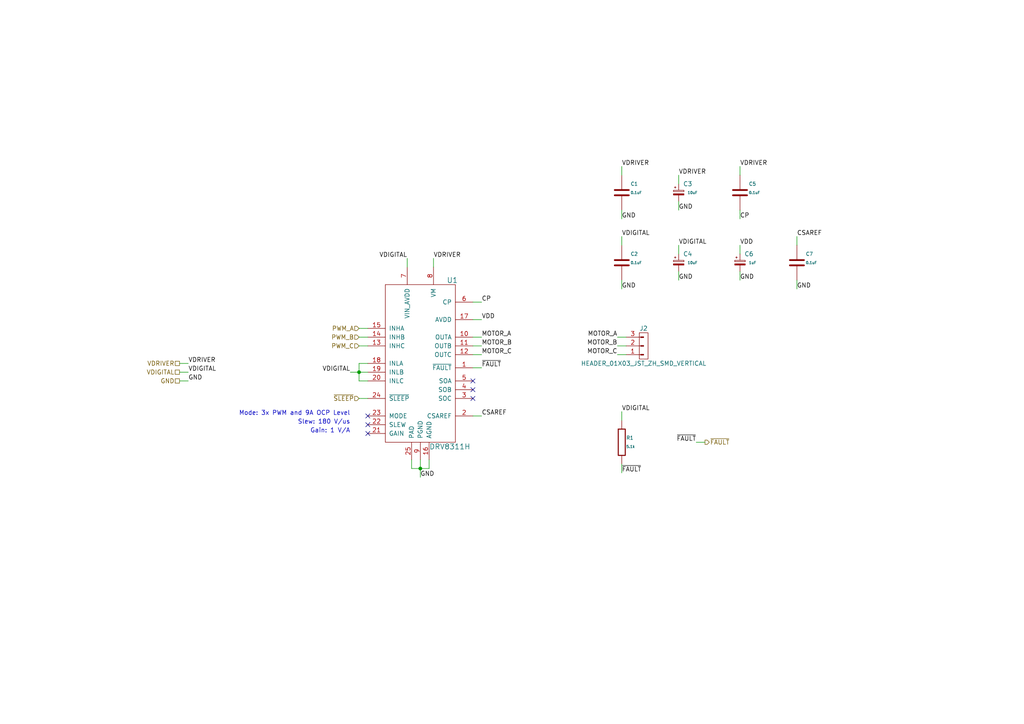
<source format=kicad_sch>
(kicad_sch (version 20230121) (generator eeschema)
  (paper "A4")
  (title_block (title "biym-board") (date "2024-05-16") (rev "1.3") (company "Peter Polidoro"))
  (lib_symbols
    (symbol "Janelia:C_0.1uF_0402" (pin_numbers hide) (pin_names (offset 0.254))
      (property "Reference" "C" (at 0 2.54 0))
      (property "Value" "C_0.1uF_0402" (at 0 0 0))
      (symbol "C_0.1uF_0402_0_1"
        (polyline (pts (xy -2.032 -0.762) (xy 2.032 -0.762)) (stroke (width 0.508)))
        (polyline (pts (xy -2.032 0.762) (xy 2.032 0.762)) (stroke (width 0.508)))
      )
      (symbol "C_0.1uF_0402_1_1"
        (pin passive line (at 0 5.08 270) (length 4.318) (name "~") (number "1"))
        (pin passive line (at 0 -5.08 90) (length 4.318) (name "~") (number "2"))
      )
    )
    (symbol "Janelia:C_10uF_0402_POL" (pin_numbers hide) (pin_names (offset 0.254) hide)
      (property "Reference" "C" (at 0.254 1.778 0))
      (property "Value" "C_10uF_0402_POL" (at 0 0 0))
      (symbol "C_10uF_0402_POL_0_1"
        (rectangle (start -1.524 -0.3048) (end 1.524 -0.6858) (fill (type outline)))
        (rectangle (start -1.524 0.6858) (end 1.524 0.3048))
        (polyline (pts (xy -1.27 1.524) (xy -0.762 1.524)))
        (polyline (pts (xy -1.016 1.27) (xy -1.016 1.778)))
      )
      (symbol "C_10uF_0402_POL_1_1"
        (pin passive line (at 0 2.54 270) (length 1.8542) (name "~") (number "1"))
        (pin passive line (at 0 -2.54 90) (length 1.8542) (name "~") (number "2"))
      )
    )
    (symbol "Janelia:C_1uF_0402_POL" (pin_numbers hide) (pin_names (offset 0.254) hide)
      (property "Reference" "C" (at 0.254 1.778 0))
      (property "Value" "C_1uF_0402_POL" (at 0 0 0))
      (symbol "C_1uF_0402_POL_0_1"
        (rectangle (start -1.524 -0.3048) (end 1.524 -0.6858) (fill (type outline)))
        (rectangle (start -1.524 0.6858) (end 1.524 0.3048))
        (polyline (pts (xy -1.27 1.524) (xy -0.762 1.524)))
        (polyline (pts (xy -1.016 1.27) (xy -1.016 1.778)))
      )
      (symbol "C_1uF_0402_POL_1_1"
        (pin passive line (at 0 2.54 270) (length 1.8542) (name "~") (number "1"))
        (pin passive line (at 0 -2.54 90) (length 1.8542) (name "~") (number "2"))
      )
    )
    (symbol "Janelia:DRV8311H" (pin_names (offset 1.016))
      (property "Reference" "U" (at 8.89 -24.13 0))
      (property "Value" "DRV8311H" (at 0 0 90))
      (symbol "DRV8311H_0_1"
        (rectangle (start -10.16 22.86) (end 10.16 -22.86))
      )
      (symbol "DRV8311H_1_1"
        (pin open_collector line (at 15.24 -1.27 180) (length 5.08) (name "~{FAULT}") (number "1"))
        (pin power_out line (at 15.24 7.62 180) (length 5.08) (name "OUTA") (number "10"))
        (pin power_out line (at 15.24 5.08 180) (length 5.08) (name "OUTB") (number "11"))
        (pin power_out line (at 15.24 2.54 180) (length 5.08) (name "OUTC") (number "12"))
        (pin input line (at -15.24 5.08 0) (length 5.08) (name "INHC") (number "13"))
        (pin input line (at -15.24 7.62 0) (length 5.08) (name "INHB") (number "14"))
        (pin input line (at -15.24 10.16 0) (length 5.08) (name "INHA") (number "15"))
        (pin power_in line (at 2.54 -27.94 90) (length 5.08) (name "AGND") (number "16"))
        (pin power_out line (at 15.24 12.7 180) (length 5.08) (name "AVDD") (number "17"))
        (pin input line (at -15.24 0 0) (length 5.08) (name "INLA") (number "18"))
        (pin input line (at -15.24 -2.54 0) (length 5.08) (name "INLB") (number "19"))
        (pin passive line (at 15.24 -15.24 180) (length 5.08) (name "CSAREF") (number "2"))
        (pin input line (at -15.24 -5.08 0) (length 5.08) (name "INLC") (number "20"))
        (pin input line (at -15.24 -20.32 0) (length 5.08) (name "GAIN") (number "21"))
        (pin input line (at -15.24 -17.78 0) (length 5.08) (name "SLEW") (number "22"))
        (pin input line (at -15.24 -15.24 0) (length 5.08) (name "MODE") (number "23"))
        (pin input line (at -15.24 -10.16 0) (length 5.08) (name "~{SLEEP}") (number "24"))
        (pin passive line (at -2.54 -27.94 90) (length 5.08) (name "PAD") (number "25"))
        (pin output line (at 15.24 -10.16 180) (length 5.08) (name "SOC") (number "3"))
        (pin output line (at 15.24 -7.62 180) (length 5.08) (name "SOB") (number "4"))
        (pin output line (at 15.24 -5.08 180) (length 5.08) (name "SOA") (number "5"))
        (pin passive line (at 15.24 17.78 180) (length 5.08) (name "CP") (number "6"))
        (pin power_in line (at -3.81 27.94 270) (length 5.08) (name "VIN_AVDD") (number "7"))
        (pin power_in line (at 3.81 27.94 270) (length 5.08) (name "VM") (number "8"))
        (pin power_in line (at 0 -27.94 90) (length 5.08) (name "PGND") (number "9"))
      )
    )
    (symbol "Janelia:HEADER_01X03_JST_ZH_SMD_VERTICAL" (pin_names (offset 1.016) hide)
      (property "Reference" "J" (at 0 5.08 0))
      (property "Value" "HEADER_01X03_JST_ZH_SMD_VERTICAL" (at 0 -5.08 0))
      (symbol "HEADER_01X03_JST_ZH_SMD_VERTICAL_0_1"
        (rectangle (start -1.27 3.81) (end 1.27 -3.81))
      )
      (symbol "HEADER_01X03_JST_ZH_SMD_VERTICAL_1_1"
        (polyline (pts (xy 1.27 -2.54) (xy 0.8636 -2.54)) (stroke (width 0.1524)))
        (polyline (pts (xy 1.27 0) (xy 0.8636 0)) (stroke (width 0.1524)))
        (polyline (pts (xy 1.27 2.54) (xy 0.8636 2.54)) (stroke (width 0.1524)))
        (rectangle (start 0.8636 -2.413) (end 0 -2.667) (stroke (width 0.1524)) (fill (type outline)))
        (rectangle (start 0.8636 0.127) (end 0 -0.127) (stroke (width 0.1524)) (fill (type outline)))
        (rectangle (start 0.8636 2.667) (end 0 2.413) (stroke (width 0.1524)) (fill (type outline)))
        (pin passive line (at 5.08 2.54 180) (length 3.81) (name "Pin_1") (number "1"))
        (pin passive line (at 5.08 0 180) (length 3.81) (name "Pin_2") (number "2"))
        (pin passive line (at 5.08 -2.54 180) (length 3.81) (name "Pin_3") (number "3"))
      )
    )
    (symbol "Janelia:R_5.1k_0402" (pin_numbers hide) (pin_names (offset 0))
      (property "Reference" "R" (at 2.032 0 90))
      (property "Value" "R_5.1k_0402" (at 0 0 90))
      (symbol "R_5.1k_0402_0_1"
        (rectangle (start -1.016 3.81) (end 1.016 -3.81) (stroke (width 0.3048)))
      )
      (symbol "R_5.1k_0402_1_1"
        (pin passive line (at 0 6.35 270) (length 2.54) (name "~") (number "1"))
        (pin passive line (at 0 -6.35 90) (length 2.54) (name "~") (number "2"))
      )
    )
  )
  (junction (at 104.14 107.95))
  (junction (at 121.92 135.89))
  (no_connect (at 106.68 125.73))
  (no_connect (at 137.16 110.49))
  (no_connect (at 137.16 113.03))
  (no_connect (at 106.68 120.65))
  (no_connect (at 137.16 115.57))
  (no_connect (at 106.68 123.19))
  (wire (pts (xy 124.46 133.35) (xy 124.46 135.89)))
  (wire (pts (xy 180.34 68.58) (xy 180.34 71.12)))
  (wire (pts (xy 137.16 102.87) (xy 139.7 102.87)))
  (wire (pts (xy 52.07 105.41) (xy 54.61 105.41)))
  (wire (pts (xy 104.14 110.49) (xy 106.68 110.49)))
  (wire (pts (xy 137.16 87.63) (xy 139.7 87.63)))
  (wire (pts (xy 201.93 128.27) (xy 204.47 128.27)))
  (wire (pts (xy 137.16 120.65) (xy 139.7 120.65)))
  (wire (pts (xy 214.63 71.12) (xy 214.63 73.66)))
  (wire (pts (xy 231.14 81.28) (xy 231.14 83.82)))
  (wire (pts (xy 231.14 68.58) (xy 231.14 71.12)))
  (wire (pts (xy 104.14 105.41) (xy 104.14 107.95)))
  (wire (pts (xy 125.73 74.93) (xy 125.73 77.47)))
  (wire (pts (xy 119.38 135.89) (xy 121.92 135.89)))
  (wire (pts (xy 137.16 97.79) (xy 139.7 97.79)))
  (wire (pts (xy 106.68 105.41) (xy 104.14 105.41)))
  (wire (pts (xy 180.34 119.38) (xy 180.34 121.92)))
  (wire (pts (xy 104.14 107.95) (xy 106.68 107.95)))
  (wire (pts (xy 181.61 97.79) (xy 179.07 97.79)))
  (wire (pts (xy 137.16 106.68) (xy 139.7 106.68)))
  (wire (pts (xy 137.16 92.71) (xy 139.7 92.71)))
  (wire (pts (xy 121.92 135.89) (xy 121.92 138.43)))
  (wire (pts (xy 214.63 78.74) (xy 214.63 81.28)))
  (wire (pts (xy 196.85 78.74) (xy 196.85 81.28)))
  (wire (pts (xy 104.14 107.95) (xy 104.14 110.49)))
  (wire (pts (xy 196.85 71.12) (xy 196.85 73.66)))
  (wire (pts (xy 196.85 50.8) (xy 196.85 53.34)))
  (wire (pts (xy 104.14 97.79) (xy 106.68 97.79)))
  (wire (pts (xy 181.61 100.33) (xy 179.07 100.33)))
  (wire (pts (xy 104.14 95.25) (xy 106.68 95.25)))
  (wire (pts (xy 101.6 107.95) (xy 104.14 107.95)))
  (wire (pts (xy 104.14 100.33) (xy 106.68 100.33)))
  (wire (pts (xy 104.14 115.57) (xy 106.68 115.57)))
  (wire (pts (xy 119.38 133.35) (xy 119.38 135.89)))
  (wire (pts (xy 137.16 100.33) (xy 139.7 100.33)))
  (wire (pts (xy 52.07 107.95) (xy 54.61 107.95)))
  (wire (pts (xy 52.07 110.49) (xy 54.61 110.49)))
  (wire (pts (xy 180.34 134.62) (xy 180.34 137.16)))
  (wire (pts (xy 180.34 48.26) (xy 180.34 50.8)))
  (wire (pts (xy 181.61 102.87) (xy 179.07 102.87)))
  (wire (pts (xy 180.34 60.96) (xy 180.34 63.5)))
  (wire (pts (xy 121.92 133.35) (xy 121.92 135.89)))
  (wire (pts (xy 121.92 135.89) (xy 124.46 135.89)))
  (wire (pts (xy 214.63 48.26) (xy 214.63 50.8)))
  (wire (pts (xy 180.34 81.28) (xy 180.34 83.82)))
  (wire (pts (xy 196.85 58.42) (xy 196.85 60.96)))
  (wire (pts (xy 214.63 60.96) (xy 214.63 63.5)))
  (wire (pts (xy 118.11 74.93) (xy 118.11 77.47)))
  (text "Gain: 1 V/A" (at 101.6 125.73 0) (effects (font (size 1.27 1.27)) (justify right bottom)))
  (text "Slew: 180 V/us" (at 101.6 123.19 0) (effects (font (size 1.27 1.27)) (justify right bottom)))
  (text "Mode: 3x PWM and 9A OCP Level" (at 101.6 120.65 0) (effects (font (size 1.27 1.27)) (justify right bottom)))
  (label "VDRIVER" (at 214.63 48.26 0))
  (label "GND" (at 196.85 60.96 0))
  (label "VDRIVER" (at 54.61 105.41 0))
  (label "~{FAULT}" (at 201.93 128.27 180))
  (label "CSAREF" (at 139.7 120.65 0))
  (label "CP" (at 139.7 87.63 0))
  (label "VDRIVER" (at 125.73 74.93 0))
  (label "GND" (at 121.92 138.43 0))
  (label "VDD" (at 139.7 92.71 0))
  (label "MOTOR_B" (at 139.7 100.33 0))
  (label "MOTOR_C" (at 179.07 102.87 180))
  (label "MOTOR_A" (at 179.07 97.79 180))
  (label "VDRIVER" (at 180.34 48.26 0))
  (label "VDIGITAL" (at 180.34 68.58 0))
  (label "~{FAULT}" (at 139.7 106.68 0))
  (label "GND" (at 54.61 110.49 0))
  (label "CP" (at 214.63 63.5 0))
  (label "MOTOR_B" (at 179.07 100.33 180))
  (label "GND" (at 180.34 83.82 0))
  (label "VDIGITAL" (at 180.34 119.38 0))
  (label "VDIGITAL" (at 118.11 74.93 180))
  (label "GND" (at 231.14 83.82 0))
  (label "MOTOR_A" (at 139.7 97.79 0))
  (label "VDRIVER" (at 196.85 50.8 0))
  (label "CSAREF" (at 231.14 68.58 0))
  (label "MOTOR_C" (at 139.7 102.87 0))
  (label "GND" (at 214.63 81.28 0))
  (label "VDD" (at 214.63 71.12 0))
  (label "VDIGITAL" (at 101.6 107.95 180))
  (label "GND" (at 196.85 81.28 0))
  (label "VDIGITAL" (at 54.61 107.95 0))
  (label "VDIGITAL" (at 196.85 71.12 0))
  (label "GND" (at 180.34 63.5 0))
  (label "~{FAULT}" (at 180.34 137.16 0))
  (hierarchical_label "PWM_A" (shape input) (at 104.14 95.25 180))
  (hierarchical_label "VDIGITAL" (shape passive) (at 52.07 107.95 180))
  (hierarchical_label "~{SLEEP}" (shape input) (at 104.14 115.57 180))
  (hierarchical_label "GND" (shape passive) (at 52.07 110.49 180))
  (hierarchical_label "VDRIVER" (shape passive) (at 52.07 105.41 180))
  (hierarchical_label "PWM_C" (shape input) (at 104.14 100.33 180))
  (hierarchical_label "PWM_B" (shape input) (at 104.14 97.79 180))
  (hierarchical_label "~{FAULT}" (shape output) (at 204.47 128.27 0))
  (symbol (lib_id "Janelia:C_0.1uF_0402") (at 214.63 55.88 0) (unit 1)
    (property "Reference" "C5" (at 217.17 53.34 0) (effects (font (size 1.016 1.016)) (justify left)))
    (property "Value" "0.1uF" (at 217.17 55.88 0) (effects (font (size 0.762 0.762)) (justify left)))
    (property "Footprint" "Janelia:SM0402" (effects hide))
    (property "Vendor" "Digi-Key" (effects hide))
    (property "Vendor Part Number" "311-1375-1-ND" (effects hide))
    (property "Description" "CAP CER 0.1UF 25V Y5V" (effects hide))
    (property "Package" "0402" (effects hide))
    (property "Manufacturer" "Yageo" (effects hide))
    (property "Manufacturer Part Number" "CC0402ZRY5V8BB104" (effects hide))
  )
  (symbol (lib_id "Janelia:C_0.1uF_0402") (at 231.14 76.2 0) (unit 1)
    (property "Reference" "C7" (at 233.68 73.66 0) (effects (font (size 1.016 1.016)) (justify left)))
    (property "Value" "0.1uF" (at 233.68 76.2 0) (effects (font (size 0.762 0.762)) (justify left)))
    (property "Footprint" "Janelia:SM0402" (effects hide))
    (property "Vendor" "Digi-Key" (effects hide))
    (property "Vendor Part Number" "311-1375-1-ND" (effects hide))
    (property "Description" "CAP CER 0.1UF 25V Y5V" (effects hide))
    (property "Package" "0402" (effects hide))
    (property "Manufacturer" "Yageo" (effects hide))
    (property "Manufacturer Part Number" "CC0402ZRY5V8BB104" (effects hide))
  )
  (symbol (lib_id "Janelia:C_0.1uF_0402") (at 180.34 55.88 0) (unit 1)
    (property "Reference" "C1" (at 182.88 53.34 0) (effects (font (size 1.016 1.016)) (justify left)))
    (property "Value" "0.1uF" (at 182.88 55.88 0) (effects (font (size 0.762 0.762)) (justify left)))
    (property "Footprint" "Janelia:SM0402" (effects hide))
    (property "Vendor" "Digi-Key" (effects hide))
    (property "Vendor Part Number" "311-1375-1-ND" (effects hide))
    (property "Description" "CAP CER 0.1UF 25V Y5V" (effects hide))
    (property "Package" "0402" (effects hide))
    (property "Manufacturer" "Yageo" (effects hide))
    (property "Manufacturer Part Number" "CC0402ZRY5V8BB104" (effects hide))
  )
  (symbol (lib_id "Janelia:C_1uF_0402_POL") (at 214.63 76.2 0) (unit 1)
    (property "Reference" "C6" (at 215.9 73.66 0) (effects (justify left)))
    (property "Value" "1uF" (at 217.17 76.2 0) (effects (font (size 0.762 0.762)) (justify left)))
    (property "Footprint" "Janelia:SM0402_POL" (effects hide))
    (property "Vendor" "Digi-Key" (effects hide))
    (property "Vendor Part Number" "718-1618-1-ND" (effects hide))
    (property "Description" "CAP TANT 1UF 20% 16V" (effects hide))
    (property "Manufacturer" "Vishay Sprague" (effects hide))
    (property "Manufacturer Part Number" "298D105X0016K2T" (effects hide))
    (property "Package" "0402" (effects hide))
  )
  (symbol (lib_id "Janelia:C_0.1uF_0402") (at 180.34 76.2 0) (unit 1)
    (property "Reference" "C2" (at 182.88 73.66 0) (effects (font (size 1.016 1.016)) (justify left)))
    (property "Value" "0.1uF" (at 182.88 76.2 0) (effects (font (size 0.762 0.762)) (justify left)))
    (property "Footprint" "Janelia:SM0402" (effects hide))
    (property "Vendor" "Digi-Key" (effects hide))
    (property "Vendor Part Number" "311-1375-1-ND" (effects hide))
    (property "Description" "CAP CER 0.1UF 25V Y5V" (effects hide))
    (property "Package" "0402" (effects hide))
    (property "Manufacturer" "Yageo" (effects hide))
    (property "Manufacturer Part Number" "CC0402ZRY5V8BB104" (effects hide))
  )
  (symbol (lib_id "Janelia:R_5.1k_0402") (at 180.34 128.27 0) (unit 1)
    (property "Reference" "R1" (at 181.61 127 0) (effects (font (size 1.016 1.016)) (justify left)))
    (property "Value" "5.1k" (at 181.61 129.54 0) (effects (font (size 0.762 0.762)) (justify left)))
    (property "Footprint" "Janelia:SM0402" (effects hide))
    (property "Vendor" "Digi-Key" (effects hide))
    (property "Vendor Part Number" "P124488CT-ND" (effects hide))
    (property "Description" "RES SMD 5.1 KOHM 1% 1/5W" (effects hide))
    (property "Package" "0402" (effects hide))
    (property "Manufacturer" "Panasonic Electronic Components" (effects hide))
    (property "Manufacturer Part Number" "ERJ-PA2F5101X" (effects hide))
  )
  (symbol (lib_id "Janelia:DRV8311H") (at 121.92 105.41 0) (unit 1)
    (property "Reference" "U1" (at 129.54 81.28 0) (effects (font (size 1.524 1.524)) (justify left)))
    (property "Value" "DRV8311H" (at 124.46 129.54 0) (effects (font (size 1.524 1.524)) (justify left)))
    (property "Footprint" "Janelia:WQFN-24-1EP_3x3mm_P0.4mm_EP1.9x1.9mm_ThermalVias" (effects hide))
    (property "Vendor Part Number" "296-DRV8311HRRWRCT-ND" (effects hide))
    (property "Vendor" "Digi-Key" (effects hide))
    (property "Manufacturer" "Texas Instruments" (effects hide))
    (property "Manufacturer Part Number" "DRV8311HRRWR" (effects hide))
    (property "Synopsis" "24V ABS MAX 3 TO 20V 3-PHASE B" (effects hide))
    (property "Sim.Enable" "0" (effects hide))
    (property "LCSC" "C5218862" (effects hide))
    (property "Package" "WQFN-24(3x3)" (effects hide))
  )
  (symbol (lib_id "Janelia:C_10uF_0402_POL") (at 196.85 55.88 0) (unit 1)
    (property "Reference" "C3" (at 198.12 53.34 0) (effects (justify left)))
    (property "Value" "10uF" (at 199.39 55.88 0) (effects (font (size 0.762 0.762)) (justify left)))
    (property "Footprint" "Janelia:SM0402_POL" (effects hide))
    (property "Vendor" "Digi-Key" (effects hide))
    (property "Vendor Part Number" "478-5343-1-ND" (effects hide))
    (property "Description" "CAP TANT 10UF 20% 6.3V" (effects hide))
    (property "Manufacturer" "AVX Corporation" (effects hide))
    (property "Manufacturer Part Number" "TLCK106M006QTA" (effects hide))
    (property "Package" "0402" (effects hide))
  )
  (symbol (lib_id "Janelia:HEADER_01X03_JST_ZH_SMD_VERTICAL") (at 186.69 100.33 180) (unit 1)
    (property "Reference" "J2" (at 186.69 95.25 0))
    (property "Value" "HEADER_01X03_JST_ZH_SMD_VERTICAL" (at 186.69 105.41 0))
    (property "Footprint" "Janelia:JST_ZH_B3B_ZR_SM4_TF_1x03-1MP_P1.50mm_Vertical" (effects hide))
    (property "Description" "CONN HEADER SMD 3POS 1.5MM" (effects hide))
    (property "Manufacturer" "JST Sales America Inc." (effects hide))
    (property "Manufacturer Part Number" "B3B-ZR-SM4-TF(LF)(SN)" (effects hide))
    (property "Vendor" "Digi-Key" (effects hide))
    (property "Vendor Part Number" "B3B-ZR-SM4-TF(LF)(SN)" (effects hide))
  )
  (symbol (lib_id "Janelia:C_10uF_0402_POL") (at 196.85 76.2 0) (unit 1)
    (property "Reference" "C4" (at 198.12 73.66 0) (effects (justify left)))
    (property "Value" "10uF" (at 199.39 76.2 0) (effects (font (size 0.762 0.762)) (justify left)))
    (property "Footprint" "Janelia:SM0402_POL" (effects hide))
    (property "Vendor" "Digi-Key" (effects hide))
    (property "Vendor Part Number" "478-5343-1-ND" (effects hide))
    (property "Description" "CAP TANT 10UF 20% 6.3V" (effects hide))
    (property "Manufacturer" "AVX Corporation" (effects hide))
    (property "Manufacturer Part Number" "TLCK106M006QTA" (effects hide))
    (property "Package" "0402" (effects hide))
  )
)
</source>
